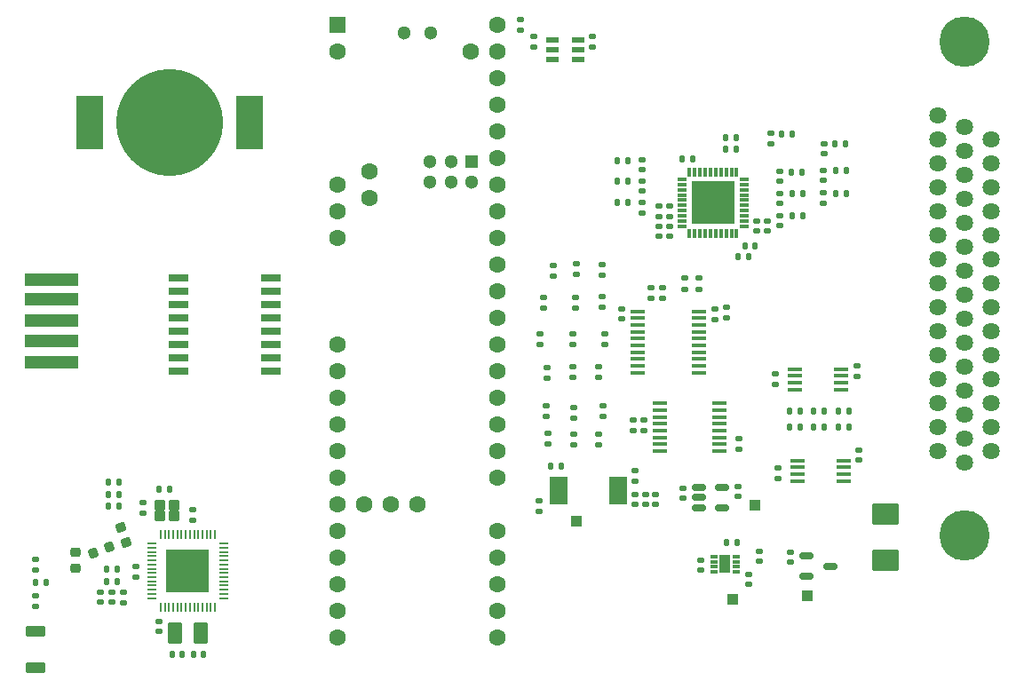
<source format=gts>
G04 #@! TF.GenerationSoftware,KiCad,Pcbnew,9.0.5*
G04 #@! TF.CreationDate,2025-11-01T16:07:24-04:00*
G04 #@! TF.ProjectId,main_board_v1,6d61696e-5f62-46f6-9172-645f76312e6b,rev?*
G04 #@! TF.SameCoordinates,Original*
G04 #@! TF.FileFunction,Soldermask,Top*
G04 #@! TF.FilePolarity,Negative*
%FSLAX46Y46*%
G04 Gerber Fmt 4.6, Leading zero omitted, Abs format (unit mm)*
G04 Created by KiCad (PCBNEW 9.0.5) date 2025-11-01 16:07:24*
%MOMM*%
%LPD*%
G01*
G04 APERTURE LIST*
G04 Aperture macros list*
%AMRoundRect*
0 Rectangle with rounded corners*
0 $1 Rounding radius*
0 $2 $3 $4 $5 $6 $7 $8 $9 X,Y pos of 4 corners*
0 Add a 4 corners polygon primitive as box body*
4,1,4,$2,$3,$4,$5,$6,$7,$8,$9,$2,$3,0*
0 Add four circle primitives for the rounded corners*
1,1,$1+$1,$2,$3*
1,1,$1+$1,$4,$5*
1,1,$1+$1,$6,$7*
1,1,$1+$1,$8,$9*
0 Add four rect primitives between the rounded corners*
20,1,$1+$1,$2,$3,$4,$5,0*
20,1,$1+$1,$4,$5,$6,$7,0*
20,1,$1+$1,$6,$7,$8,$9,0*
20,1,$1+$1,$8,$9,$2,$3,0*%
G04 Aperture macros list end*
%ADD10RoundRect,0.150000X-0.512500X-0.150000X0.512500X-0.150000X0.512500X0.150000X-0.512500X0.150000X0*%
%ADD11RoundRect,0.147500X0.147500X0.172500X-0.147500X0.172500X-0.147500X-0.172500X0.147500X-0.172500X0*%
%ADD12RoundRect,0.135000X-0.135000X-0.185000X0.135000X-0.185000X0.135000X0.185000X-0.135000X0.185000X0*%
%ADD13RoundRect,0.140000X-0.170000X0.140000X-0.170000X-0.140000X0.170000X-0.140000X0.170000X0.140000X0*%
%ADD14RoundRect,0.135000X-0.185000X0.135000X-0.185000X-0.135000X0.185000X-0.135000X0.185000X0.135000X0*%
%ADD15RoundRect,0.135000X0.185000X-0.135000X0.185000X0.135000X-0.185000X0.135000X-0.185000X-0.135000X0*%
%ADD16RoundRect,0.147500X0.172500X-0.147500X0.172500X0.147500X-0.172500X0.147500X-0.172500X-0.147500X0*%
%ADD17RoundRect,0.140000X0.170000X-0.140000X0.170000X0.140000X-0.170000X0.140000X-0.170000X-0.140000X0*%
%ADD18RoundRect,0.147500X-0.172500X0.147500X-0.172500X-0.147500X0.172500X-0.147500X0.172500X0.147500X0*%
%ADD19R,5.200000X1.250000*%
%ADD20R,1.600000X1.600000*%
%ADD21C,1.600000*%
%ADD22R,1.300000X1.300000*%
%ADD23C,1.300000*%
%ADD24R,1.473200X0.355600*%
%ADD25R,1.000000X1.000000*%
%ADD26RoundRect,0.218750X-0.117915X-0.315613X0.293200X-0.165979X0.117915X0.315613X-0.293200X0.165979X0*%
%ADD27RoundRect,0.140000X0.140000X0.170000X-0.140000X0.170000X-0.140000X-0.170000X0.140000X-0.170000X0*%
%ADD28R,1.400000X0.450000*%
%ADD29RoundRect,0.076750X-0.810250X-0.230250X0.810250X-0.230250X0.810250X0.230250X-0.810250X0.230250X0*%
%ADD30R,0.850000X0.200000*%
%ADD31R,0.200000X0.850000*%
%ADD32R,4.050000X4.050000*%
%ADD33RoundRect,0.135000X0.135000X0.185000X-0.135000X0.185000X-0.135000X-0.185000X0.135000X-0.185000X0*%
%ADD34RoundRect,0.102000X-0.800000X0.400000X-0.800000X-0.400000X0.800000X-0.400000X0.800000X0.400000X0*%
%ADD35R,1.150000X0.600000*%
%ADD36RoundRect,0.102000X0.550000X0.950000X-0.550000X0.950000X-0.550000X-0.950000X0.550000X-0.950000X0*%
%ADD37R,2.500000X5.100000*%
%ADD38C,10.200000*%
%ADD39R,0.850000X0.300000*%
%ADD40R,0.300000X0.850000*%
%ADD41RoundRect,0.102000X-0.425000X-0.375000X0.425000X-0.375000X0.425000X0.375000X-0.425000X0.375000X0*%
%ADD42RoundRect,0.140000X-0.140000X-0.170000X0.140000X-0.170000X0.140000X0.170000X-0.140000X0.170000X0*%
%ADD43RoundRect,0.225000X-0.250000X0.225000X-0.250000X-0.225000X0.250000X-0.225000X0.250000X0.225000X0*%
%ADD44RoundRect,0.102000X1.129900X-0.937000X1.129900X0.937000X-1.129900X0.937000X-1.129900X-0.937000X0*%
%ADD45C,1.638000*%
%ADD46C,4.801000*%
%ADD47R,0.700000X0.300000*%
%ADD48R,1.000000X1.700000*%
%ADD49R,1.910000X0.640000*%
%ADD50RoundRect,0.225000X0.311878X-0.125926X0.157969X0.296936X-0.311878X0.125926X-0.157969X-0.296936X0*%
%ADD51R,1.475000X0.450000*%
%ADD52RoundRect,0.147500X-0.147500X-0.172500X0.147500X-0.172500X0.147500X0.172500X-0.147500X0.172500X0*%
G04 APERTURE END LIST*
D10*
X116464500Y-74104950D03*
X116464500Y-76004950D03*
X118739500Y-75054950D03*
D11*
X43960000Y-76625000D03*
X42990000Y-76625000D03*
D12*
X119242000Y-37354950D03*
X120262000Y-37354950D03*
D13*
X100752000Y-36294950D03*
X100752000Y-37254950D03*
D14*
X91050000Y-52890000D03*
X91050000Y-53910000D03*
X113702000Y-65644950D03*
X113702000Y-66664950D03*
D15*
X97020000Y-50400000D03*
X97020000Y-49380000D03*
D16*
X42975000Y-78860000D03*
X42975000Y-77890000D03*
D17*
X121452000Y-64934950D03*
X121452000Y-63974950D03*
D13*
X104702000Y-67624950D03*
X104702000Y-68584950D03*
D18*
X111952000Y-73619950D03*
X111952000Y-74589950D03*
D19*
X44500000Y-47700000D03*
X44500000Y-49600000D03*
X44500000Y-51600000D03*
X44500000Y-53600000D03*
X44500000Y-55600000D03*
D14*
X57980000Y-69635050D03*
X57980000Y-70655050D03*
D13*
X101092000Y-68224950D03*
X101092000Y-69184950D03*
D12*
X119242000Y-39504950D03*
X120262000Y-39504950D03*
D20*
X71762000Y-23464950D03*
D21*
X71762000Y-26004950D03*
X71762000Y-38704950D03*
X71762000Y-41244950D03*
X71762000Y-43784950D03*
X71762000Y-53944950D03*
X71762000Y-56484950D03*
X71762000Y-59024950D03*
X71762000Y-61564950D03*
X71762000Y-64104950D03*
X71762000Y-66644950D03*
X71762000Y-69184950D03*
X71762000Y-71724950D03*
X71762000Y-74264950D03*
X71762000Y-76804950D03*
X71762000Y-79344950D03*
X71762000Y-81884950D03*
X87002000Y-81884950D03*
X87002000Y-79344950D03*
X87002000Y-76804950D03*
X87002000Y-74264950D03*
X87002000Y-71724950D03*
X87002000Y-66644950D03*
X87002000Y-64104950D03*
X87002000Y-61564950D03*
X87002000Y-59024950D03*
X87002000Y-56484950D03*
X87002000Y-53944950D03*
X87002000Y-51404950D03*
X87002000Y-48864950D03*
X87002000Y-46324950D03*
X87002000Y-43784950D03*
X87002000Y-41244950D03*
X87002000Y-38704950D03*
X87002000Y-36164950D03*
X87002000Y-33624950D03*
X87002000Y-31084950D03*
X87002000Y-28544950D03*
X87002000Y-26004950D03*
X87002000Y-23464950D03*
X84462000Y-26004950D03*
X74302000Y-69184950D03*
X76842000Y-69184950D03*
X79382000Y-69184950D03*
X74812800Y-37384150D03*
X74812800Y-39924150D03*
D22*
X84563600Y-36434950D03*
D23*
X82563600Y-36434950D03*
X80563600Y-36434950D03*
X80563600Y-38434950D03*
X82563600Y-38434950D03*
X84563600Y-38434950D03*
X80652000Y-24194950D03*
X78112000Y-24194950D03*
D15*
X104892000Y-48624950D03*
X104892000Y-47604950D03*
D24*
X102493700Y-59529951D03*
X102493700Y-60179949D03*
X102493700Y-60829951D03*
X102493700Y-61479949D03*
X102493700Y-62129948D03*
X102493700Y-62779949D03*
X102493700Y-63429948D03*
X102493700Y-64079949D03*
X108132500Y-64079949D03*
X108132500Y-63429951D03*
X108132500Y-62779949D03*
X108132500Y-62129951D03*
X108132500Y-61479952D03*
X108132500Y-60829951D03*
X108132500Y-60179952D03*
X108132500Y-59529951D03*
D10*
X106164500Y-67554950D03*
X106164500Y-68504950D03*
X106164500Y-69454950D03*
X108439500Y-69454950D03*
X108439500Y-67554950D03*
D13*
X102402000Y-42664950D03*
X102402000Y-43624950D03*
D25*
X109450000Y-78204950D03*
D13*
X118152000Y-34774950D03*
X118152000Y-35734950D03*
D26*
X48489992Y-73788682D03*
X49970008Y-73250000D03*
D27*
X55710000Y-67750000D03*
X54750000Y-67750000D03*
D17*
X43000000Y-75380000D03*
X43000000Y-74420000D03*
D15*
X96650000Y-57060000D03*
X96650000Y-56040000D03*
D13*
X110050000Y-62920000D03*
X110050000Y-63880000D03*
D28*
X115352000Y-56254950D03*
X115352000Y-56904950D03*
X115352000Y-57554950D03*
X115352000Y-58204950D03*
X119752000Y-58204950D03*
X119752000Y-57554950D03*
X119752000Y-56904950D03*
X119752000Y-56254950D03*
D13*
X112702000Y-42124950D03*
X112702000Y-43084950D03*
D29*
X92802000Y-66904950D03*
X92802000Y-67554950D03*
X92802000Y-68204950D03*
X92802000Y-68854950D03*
X98542000Y-68854950D03*
X98542000Y-68204950D03*
X98542000Y-67554950D03*
X98542000Y-66904950D03*
D13*
X111702000Y-42124950D03*
X111702000Y-43084950D03*
D15*
X94500000Y-47250000D03*
X94500000Y-46230000D03*
D13*
X100092000Y-68224950D03*
X100092000Y-69184950D03*
D30*
X54030000Y-72900000D03*
X54030000Y-73300000D03*
X54030000Y-73700000D03*
X54030000Y-74100000D03*
X54030000Y-74500000D03*
X54030000Y-74900000D03*
X54030000Y-75300000D03*
X54030000Y-75700000D03*
X54030000Y-76100000D03*
X54030000Y-76500000D03*
X54030000Y-76900000D03*
X54030000Y-77300000D03*
X54030000Y-77700000D03*
X54030000Y-78100000D03*
D31*
X54880000Y-78950000D03*
X55280000Y-78950000D03*
X55680000Y-78950000D03*
X56080000Y-78950000D03*
X56480000Y-78950000D03*
X56880000Y-78950000D03*
X57280000Y-78950000D03*
X57680000Y-78950000D03*
X58080000Y-78950000D03*
X58480000Y-78950000D03*
X58880000Y-78950000D03*
X59280000Y-78950000D03*
X59680000Y-78950000D03*
X60080000Y-78950000D03*
D30*
X60930000Y-78100000D03*
X60930000Y-77700000D03*
X60930000Y-77300000D03*
X60930000Y-76900000D03*
X60930000Y-76500000D03*
X60930000Y-76100000D03*
X60930000Y-75700000D03*
X60930000Y-75300000D03*
X60930000Y-74900000D03*
X60930000Y-74500000D03*
X60930000Y-74100000D03*
X60930000Y-73700000D03*
X60930000Y-73300000D03*
X60930000Y-72900000D03*
D31*
X60080000Y-72050000D03*
X59680000Y-72050000D03*
X59280000Y-72050000D03*
X58880000Y-72050000D03*
X58480000Y-72050000D03*
X58080000Y-72050000D03*
X57680000Y-72050000D03*
X57280000Y-72050000D03*
X56880000Y-72050000D03*
X56480000Y-72050000D03*
X56080000Y-72050000D03*
X55680000Y-72050000D03*
X55280000Y-72050000D03*
X54880000Y-72050000D03*
D32*
X57480000Y-75500000D03*
D15*
X96650000Y-63460000D03*
X96650000Y-62440000D03*
D14*
X97200000Y-52890000D03*
X97200000Y-53910000D03*
X94150000Y-56030000D03*
X94150000Y-57050000D03*
X101652000Y-48494950D03*
X101652000Y-49514950D03*
D33*
X99402000Y-36374950D03*
X98382000Y-36374950D03*
D25*
X116550000Y-77900000D03*
D15*
X91350000Y-50460000D03*
X91350000Y-49440000D03*
D13*
X121252000Y-55974950D03*
X121252000Y-56934950D03*
X50200000Y-77520000D03*
X50200000Y-78480000D03*
X51350000Y-77570000D03*
X51350000Y-78530000D03*
D15*
X94150000Y-53910000D03*
X94150000Y-52890000D03*
D17*
X98842000Y-51474950D03*
X98842000Y-50514950D03*
D25*
X111500000Y-69250000D03*
D15*
X106242000Y-48624950D03*
X106242000Y-47604950D03*
D13*
X106402000Y-74454950D03*
X106402000Y-75414950D03*
D17*
X110952000Y-76784950D03*
X110952000Y-75824950D03*
D34*
X43000000Y-81300000D03*
X43000000Y-84700000D03*
D35*
X92202000Y-24854950D03*
X92202000Y-25804950D03*
X92202000Y-26754950D03*
X94702000Y-26754950D03*
X94702000Y-25804950D03*
X94702000Y-24854950D03*
D15*
X91850000Y-63410000D03*
X91850000Y-62390000D03*
X52500000Y-76110000D03*
X52500000Y-75090000D03*
D12*
X115012000Y-37454950D03*
X116032000Y-37454950D03*
X115072000Y-41654950D03*
X116092000Y-41654950D03*
D13*
X54750000Y-80320000D03*
X54750000Y-81280000D03*
D17*
X103402000Y-41704950D03*
X103402000Y-40744950D03*
D13*
X118102000Y-39474950D03*
X118102000Y-40434950D03*
X100752000Y-38344950D03*
X100752000Y-39304950D03*
D12*
X114852000Y-60304950D03*
X115872000Y-60304950D03*
D15*
X91700000Y-57110000D03*
X91700000Y-56090000D03*
D13*
X113892000Y-41614950D03*
X113892000Y-42574950D03*
D15*
X108842000Y-51384950D03*
X108842000Y-50364950D03*
D14*
X91650000Y-59740000D03*
X91650000Y-60760000D03*
X94400000Y-49440000D03*
X94400000Y-50460000D03*
D36*
X58730000Y-81450000D03*
X56230000Y-81450000D03*
D13*
X100752000Y-40394950D03*
X100752000Y-41354950D03*
D14*
X96950000Y-46261300D03*
X96950000Y-47281300D03*
D33*
X99402000Y-38324950D03*
X98382000Y-38324950D03*
D12*
X119502000Y-61754950D03*
X120522000Y-61754950D03*
D13*
X118102000Y-37324950D03*
X118102000Y-38284950D03*
D14*
X92300000Y-46340000D03*
X92300000Y-47360000D03*
D33*
X99452000Y-40374950D03*
X98432000Y-40374950D03*
D13*
X109902000Y-67474950D03*
X109902000Y-68434950D03*
D17*
X53230000Y-69980000D03*
X53230000Y-69020000D03*
D12*
X108752000Y-35254950D03*
X109772000Y-35254950D03*
X119142000Y-34804950D03*
X120162000Y-34804950D03*
D33*
X109762000Y-34154950D03*
X108742000Y-34154950D03*
D28*
X115602000Y-64979950D03*
X115602000Y-65629950D03*
X115602000Y-66279950D03*
X115602000Y-66929950D03*
X120002000Y-66929950D03*
X120002000Y-66279950D03*
X120002000Y-65629950D03*
X120002000Y-64979950D03*
D37*
X63350000Y-32750000D03*
X48150000Y-32750000D03*
D38*
X55750000Y-32750000D03*
D39*
X104602000Y-38154950D03*
X104602000Y-38654950D03*
X104602000Y-39154950D03*
X104602000Y-39654950D03*
X104602000Y-40154950D03*
X104602000Y-40654950D03*
X104602000Y-41154950D03*
X104602000Y-41654950D03*
X104602000Y-42154950D03*
X104602000Y-42654950D03*
D40*
X105302000Y-43354950D03*
X105802000Y-43354950D03*
X106302000Y-43354950D03*
X106802000Y-43354950D03*
X107302000Y-43354950D03*
X107802000Y-43354950D03*
X108302000Y-43354950D03*
X108802000Y-43354950D03*
X109302000Y-43354950D03*
X109802000Y-43354950D03*
D39*
X110502000Y-42654950D03*
X110502000Y-42154950D03*
X110502000Y-41654950D03*
X110502000Y-41154950D03*
X110502000Y-40654950D03*
X110502000Y-40154950D03*
X110502000Y-39654950D03*
X110502000Y-39154950D03*
X110502000Y-38654950D03*
X110502000Y-38154950D03*
D40*
X109802000Y-37454950D03*
X109302000Y-37454950D03*
X108802000Y-37454950D03*
X108302000Y-37454950D03*
X107802000Y-37454950D03*
X107302000Y-37454950D03*
X106802000Y-37454950D03*
X106302000Y-37454950D03*
X105802000Y-37454950D03*
X105302000Y-37454950D03*
D32*
X107552000Y-40404950D03*
D25*
X94500000Y-70750000D03*
D27*
X50880000Y-68200000D03*
X49920000Y-68200000D03*
D41*
X54805000Y-70275000D03*
X56155000Y-70275000D03*
X56155000Y-69225000D03*
X54805000Y-69225000D03*
D42*
X56000000Y-83450000D03*
X56960000Y-83450000D03*
D27*
X58960000Y-83450000D03*
X58000000Y-83450000D03*
D12*
X117152000Y-61754950D03*
X118172000Y-61754950D03*
D43*
X46730000Y-73744341D03*
X46730000Y-75294341D03*
D15*
X94250000Y-63460000D03*
X94250000Y-62440000D03*
D44*
X124002000Y-74470700D03*
X124002000Y-70056700D03*
D17*
X107742000Y-51504950D03*
X107742000Y-50544950D03*
D27*
X50730000Y-75300000D03*
X49770000Y-75300000D03*
D13*
X89150000Y-22970000D03*
X89150000Y-23930000D03*
D14*
X90476000Y-24544950D03*
X90476000Y-25564950D03*
D45*
X129022000Y-64054950D03*
X129022000Y-61768950D03*
X129022000Y-59482950D03*
X129022000Y-57196950D03*
X129022000Y-54910950D03*
X129022000Y-52624950D03*
X129022000Y-50338950D03*
X129022000Y-48052950D03*
X129022000Y-45766950D03*
X129022000Y-43480950D03*
X129022000Y-41194950D03*
X129022000Y-38908950D03*
X129022000Y-36622950D03*
X129022000Y-34336950D03*
X129022000Y-32050950D03*
X131562000Y-65197950D03*
X131562000Y-62911950D03*
X131562000Y-60625950D03*
X131562000Y-58339950D03*
X131562000Y-56053950D03*
X131562000Y-53767950D03*
X131562000Y-51481950D03*
X131562000Y-49195950D03*
X131562000Y-46909950D03*
X131562000Y-44623950D03*
X131562000Y-42337950D03*
X131562000Y-40051950D03*
X131562000Y-37765950D03*
X131562000Y-35479950D03*
X131562000Y-33193950D03*
X134102000Y-64054950D03*
X134102000Y-61768950D03*
X134102000Y-59482950D03*
X134102000Y-57196950D03*
X134102000Y-54910950D03*
X134102000Y-52624950D03*
X134102000Y-50338950D03*
X134102000Y-48052950D03*
X134102000Y-45766950D03*
X134102000Y-43480950D03*
X134102000Y-41194950D03*
X134102000Y-38908950D03*
X134102000Y-36622950D03*
X134102000Y-34336950D03*
D46*
X131562000Y-72080950D03*
X131562000Y-25040950D03*
D14*
X102752000Y-48494950D03*
X102752000Y-49514950D03*
X97100000Y-59790000D03*
X97100000Y-60810000D03*
D13*
X103402000Y-42644950D03*
X103402000Y-43604950D03*
X113922000Y-39524950D03*
X113922000Y-40484950D03*
D47*
X107652000Y-74117450D03*
X107652000Y-74617450D03*
X107652000Y-75117450D03*
X107652000Y-75617450D03*
X109752000Y-75617450D03*
X109752000Y-75117450D03*
X109752000Y-74617450D03*
X109752000Y-74117450D03*
D48*
X108702000Y-74867450D03*
D13*
X114952000Y-73724950D03*
X114952000Y-74684950D03*
D12*
X117142000Y-60304950D03*
X118162000Y-60304950D03*
X109942000Y-45554950D03*
X110962000Y-45554950D03*
X114042000Y-33834950D03*
X115062000Y-33834950D03*
D13*
X96076000Y-24574950D03*
X96076000Y-25534950D03*
X49100000Y-77520000D03*
X49100000Y-78480000D03*
D17*
X102402000Y-41704950D03*
X102402000Y-40744950D03*
D12*
X115062000Y-39554950D03*
X116082000Y-39554950D03*
D49*
X65385000Y-56445000D03*
X65385000Y-55175000D03*
X65385000Y-53905000D03*
X65385000Y-52635000D03*
X65385000Y-51365000D03*
X65385000Y-50095000D03*
X65385000Y-48825000D03*
X65385000Y-47555000D03*
X56615000Y-47555000D03*
X56615000Y-48825000D03*
X56615000Y-50095000D03*
X56615000Y-51365000D03*
X56615000Y-52635000D03*
X56615000Y-53905000D03*
X56615000Y-55175000D03*
X56615000Y-56445000D03*
D12*
X108852000Y-72804950D03*
X109872000Y-72804950D03*
D50*
X51632566Y-72826433D03*
X51102434Y-71369909D03*
D14*
X90977000Y-68844950D03*
X90977000Y-69864950D03*
D13*
X113932000Y-37404950D03*
X113932000Y-38364950D03*
X99932500Y-61149949D03*
X99932500Y-62109949D03*
D27*
X50880000Y-67000000D03*
X49920000Y-67000000D03*
D51*
X100354000Y-50749950D03*
X100354000Y-51399950D03*
X100354000Y-52049950D03*
X100354000Y-52699950D03*
X100354000Y-53349950D03*
X100354000Y-53999950D03*
X100354000Y-54649950D03*
X100354000Y-55299950D03*
X100354000Y-55949950D03*
X100354000Y-56599950D03*
X106230000Y-56599950D03*
X106230000Y-55949950D03*
X106230000Y-55299950D03*
X106230000Y-54649950D03*
X106230000Y-53999950D03*
X106230000Y-53349950D03*
X106230000Y-52699950D03*
X106230000Y-52049950D03*
X106230000Y-51399950D03*
X106230000Y-50749950D03*
D15*
X94250000Y-60910000D03*
X94250000Y-59890000D03*
D14*
X113502000Y-56694950D03*
X113502000Y-57714950D03*
D27*
X50880000Y-69300000D03*
X49920000Y-69300000D03*
D52*
X49765000Y-76500000D03*
X50735000Y-76500000D03*
D42*
X110572000Y-44554950D03*
X111532000Y-44554950D03*
D13*
X113052000Y-33804950D03*
X113052000Y-34764950D03*
D17*
X100092000Y-66934950D03*
X100092000Y-65974950D03*
D27*
X105582000Y-36254950D03*
X104622000Y-36254950D03*
D12*
X114832000Y-61774950D03*
X115852000Y-61774950D03*
D13*
X102092000Y-68224950D03*
X102092000Y-69184950D03*
D33*
X93060000Y-65550000D03*
X92040000Y-65550000D03*
D12*
X119492000Y-60304950D03*
X120512000Y-60304950D03*
D13*
X100932500Y-61149949D03*
X100932500Y-62109949D03*
M02*

</source>
